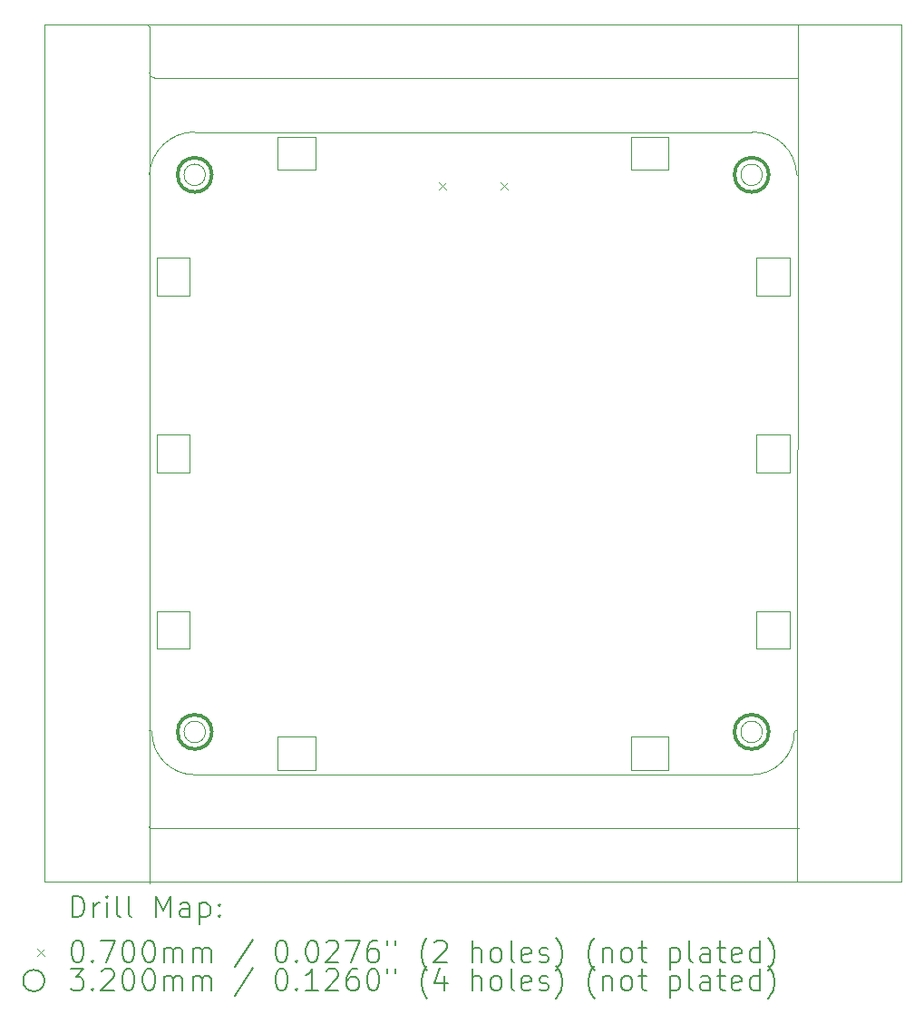
<source format=gbr>
%TF.GenerationSoftware,KiCad,Pcbnew,7.0.7*%
%TF.CreationDate,2023-12-02T12:42:33+01:00*%
%TF.ProjectId,BusPirate-5-rev10,42757350-6972-4617-9465-2d352d726576,rev?*%
%TF.SameCoordinates,Original*%
%TF.FileFunction,Drillmap*%
%TF.FilePolarity,Positive*%
%FSLAX45Y45*%
G04 Gerber Fmt 4.5, Leading zero omitted, Abs format (unit mm)*
G04 Created by KiCad (PCBNEW 7.0.7) date 2023-12-02 12:42:33*
%MOMM*%
%LPD*%
G01*
G04 APERTURE LIST*
%ADD10C,0.050000*%
%ADD11C,0.200000*%
%ADD12C,0.070000*%
%ADD13C,0.320000*%
G04 APERTURE END LIST*
D10*
X9990000Y-11610000D02*
G75*
G03*
X10390000Y-12010000I400000J0D01*
G01*
X15690000Y-11610000D02*
G75*
G03*
X15690000Y-11610000I-100000J0D01*
G01*
X10490000Y-6410000D02*
G75*
G03*
X10490000Y-6410000I-100000J0D01*
G01*
X10490000Y-11610000D02*
G75*
G03*
X10490000Y-11610000I-100000J0D01*
G01*
X10389992Y-6009054D02*
G75*
G03*
X9965000Y-6410000I3758J-429696D01*
G01*
X15590000Y-12010000D02*
G75*
G03*
X15990000Y-11610000I0J400000D01*
G01*
X10390000Y-12010000D02*
X15590000Y-12010000D01*
X15690000Y-6410000D02*
G75*
G03*
X15690000Y-6410000I-100000J0D01*
G01*
X16010903Y-6410081D02*
G75*
G03*
X15595000Y-6010000I-408154J-8079D01*
G01*
X15595000Y-6010000D02*
X10390000Y-6010000D01*
X9965000Y-5025000D02*
X9965000Y-13025000D01*
X10035000Y-7195000D02*
X10035000Y-7525000D01*
X14815000Y-6065000D02*
X14815000Y-6355000D01*
X14805000Y-6365000D02*
X14475000Y-6365000D01*
X15935000Y-10835000D02*
X15645000Y-10835000D01*
X11165000Y-6065000D02*
X11165000Y-6355000D01*
X10335000Y-7535000D02*
X10045000Y-7535000D01*
X11505000Y-6365000D02*
X11175000Y-6365000D01*
X15935000Y-7185000D02*
X15645000Y-7185000D01*
X10335000Y-10485000D02*
X10045000Y-10485000D01*
X11505000Y-6055000D02*
X11175000Y-6055000D01*
X14805000Y-11655000D02*
X14475000Y-11655000D01*
X10035000Y-10495000D02*
X10035000Y-10825000D01*
X11515000Y-6065000D02*
X11515000Y-6355000D01*
X11515000Y-11665000D02*
X11515000Y-11955000D01*
X14465000Y-11665000D02*
X14465000Y-11955000D01*
X10345000Y-7195000D02*
X10345000Y-7525000D01*
X11505000Y-11655000D02*
X11175000Y-11655000D01*
X15635000Y-10495000D02*
X15635000Y-10825000D01*
X11165000Y-11665000D02*
X11165000Y-11955000D01*
X15945000Y-7195000D02*
X15945000Y-7525000D01*
X14805000Y-6055000D02*
X14465000Y-6055000D01*
X14805000Y-11965000D02*
X14475000Y-11965000D01*
X14465000Y-6065000D02*
X14465000Y-6355000D01*
X10335000Y-8835000D02*
X10045000Y-8835000D01*
X10335000Y-10835000D02*
X10045000Y-10835000D01*
X10335000Y-7185000D02*
X10045000Y-7185000D01*
X10345000Y-10495000D02*
X10345000Y-10825000D01*
X15635000Y-7195000D02*
X15635000Y-7525000D01*
X15935000Y-10485000D02*
X15645000Y-10485000D01*
X10335000Y-9185000D02*
X10045000Y-9185000D01*
X15945000Y-10495000D02*
X15945000Y-10825000D01*
X14815000Y-11665000D02*
X14815000Y-11955000D01*
X11505000Y-11965000D02*
X11175000Y-11965000D01*
X10345000Y-8845000D02*
X10345000Y-9175000D01*
X10035000Y-8845000D02*
X10035000Y-9175000D01*
X15935000Y-7535000D02*
X15645000Y-7535000D01*
X16990000Y-6410000D02*
X16990000Y-11610000D01*
X16010907Y-6410081D02*
X16020000Y-6410000D01*
X8990000Y-5010000D02*
X16990000Y-5010000D01*
X10015000Y-5505000D02*
X16015000Y-5510000D01*
X16990000Y-5010000D02*
X16990000Y-6410000D01*
X16990000Y-11610000D02*
X16990000Y-13010000D01*
X8990000Y-13010000D02*
X16990000Y-13010000D01*
X16020000Y-5010000D02*
X16015000Y-13010000D01*
X9986708Y-12510657D02*
X16035000Y-12510000D01*
X14815000Y-6055000D02*
X14815000Y-6065000D01*
X14465000Y-6055000D02*
X14465000Y-6065000D01*
X14815000Y-6365000D02*
X14805000Y-6365000D01*
X14465000Y-6365000D02*
X14475000Y-6365000D01*
X11165000Y-6055000D02*
X11165000Y-6065000D01*
X11515000Y-6055000D02*
X11515000Y-6065000D01*
X11515000Y-6365000D02*
X11505000Y-6365000D01*
X11165000Y-6365000D02*
X11165000Y-6355000D01*
X15945000Y-7185000D02*
X15945000Y-7195000D01*
X15635000Y-7185000D02*
X15645000Y-7185000D01*
X15945000Y-7535000D02*
X15935000Y-7535000D01*
X15635000Y-7535000D02*
X15635000Y-7525000D01*
X15945000Y-10485000D02*
X15945000Y-10495000D01*
X15945000Y-10835000D02*
X15935000Y-10835000D01*
X15635000Y-10835000D02*
X15635000Y-10825000D01*
X15635000Y-10485000D02*
X15645000Y-10485000D01*
X10035000Y-7185000D02*
X10045000Y-7185000D01*
X10345000Y-7185000D02*
X10345000Y-7195000D01*
X10345000Y-7535000D02*
X10335000Y-7535000D01*
X10035000Y-7535000D02*
X10035000Y-7525000D01*
X10035000Y-8835000D02*
X10045000Y-8835000D01*
X10345000Y-8835000D02*
X10345000Y-8845000D01*
X10345000Y-9185000D02*
X10335000Y-9185000D01*
X10035000Y-9185000D02*
X10035000Y-9175000D01*
X10345000Y-10485000D02*
X10345000Y-10495000D01*
X10035000Y-10485000D02*
X10045000Y-10485000D01*
X10345000Y-10835000D02*
X10335000Y-10835000D01*
X10035000Y-10835000D02*
X10035000Y-10825000D01*
X11165000Y-11655000D02*
X11175000Y-11655000D01*
X11515000Y-11655000D02*
X11515000Y-11665000D01*
X11515000Y-11965000D02*
X11505000Y-11965000D01*
X11165000Y-11965000D02*
X11165000Y-11955000D01*
X14465000Y-11655000D02*
X14475000Y-11655000D01*
X14815000Y-11655000D02*
X14815000Y-11665000D01*
X14815000Y-11965000D02*
X14805000Y-11965000D01*
X14465000Y-11965000D02*
X14465000Y-11955000D01*
X8990000Y-5010000D02*
X8990000Y-6410000D01*
X8990000Y-6410000D02*
X8990000Y-11610000D01*
X8990000Y-11610000D02*
X8990000Y-13010000D01*
X15645000Y-9185000D02*
X15635000Y-9185000D01*
X15945000Y-9185000D02*
X15935000Y-9185000D01*
X15945000Y-9175000D02*
X15945000Y-9185000D01*
X15945000Y-8835000D02*
X15945000Y-8845000D01*
X15635000Y-9185000D02*
X15635000Y-9175000D01*
X15635000Y-8835000D02*
X15645000Y-8835000D01*
X15635000Y-8845000D02*
X15635000Y-8835000D01*
X15935000Y-8835000D02*
X15945000Y-8835000D01*
X15935000Y-8835000D02*
X15645000Y-8835000D01*
X15635000Y-8845000D02*
X15635000Y-9175000D01*
X15935000Y-9185000D02*
X15645000Y-9185000D01*
X15945000Y-8845000D02*
X15945000Y-9175000D01*
X15935000Y-7185000D02*
X15945000Y-7185000D01*
X9990000Y-11610000D02*
G75*
G03*
X9964394Y-11599393I-15000J0D01*
G01*
X14465000Y-6355000D02*
X14465000Y-6365000D01*
X14815000Y-6355000D02*
X14815000Y-6365000D01*
X10335000Y-8835000D02*
X10345000Y-8835000D01*
X15945000Y-10825000D02*
X15945000Y-10835000D01*
X15935000Y-10485000D02*
X15945000Y-10485000D01*
X11165000Y-11665000D02*
X11165000Y-11655000D01*
X11505000Y-11655000D02*
X11515000Y-11655000D01*
X15945000Y-7525000D02*
X15945000Y-7535000D01*
X10035000Y-7195000D02*
X10035000Y-7185000D01*
X10345000Y-10825000D02*
X10345000Y-10835000D01*
X9967498Y-5010008D02*
G75*
G03*
X9965000Y-5025807I-2498J-7703D01*
G01*
X9965000Y-12497240D02*
G75*
G03*
X9986708Y-12510656I15000J0D01*
G01*
X10345000Y-9175000D02*
X10345000Y-9185000D01*
X16015000Y-11589996D02*
G75*
G03*
X15990000Y-11610495I0J-25494D01*
G01*
X11515000Y-6355000D02*
X11515000Y-6365000D01*
X15645000Y-10835000D02*
X15635000Y-10835000D01*
X11505000Y-6055000D02*
X11515000Y-6055000D01*
X10335000Y-10485000D02*
X10345000Y-10485000D01*
X9965088Y-5456632D02*
G75*
G03*
X10015000Y-5505000I47502J-918D01*
G01*
X14805000Y-6055000D02*
X14815000Y-6055000D01*
X10045000Y-10835000D02*
X10035000Y-10835000D01*
X11175000Y-11965000D02*
X11165000Y-11965000D01*
X10345000Y-7525000D02*
X10345000Y-7535000D01*
X14465000Y-11665000D02*
X14465000Y-11655000D01*
X14475000Y-11965000D02*
X14465000Y-11965000D01*
X11175000Y-6055000D02*
X11165000Y-6055000D01*
X15635000Y-7195000D02*
X15635000Y-7185000D01*
X11175000Y-6365000D02*
X11165000Y-6365000D01*
X14805000Y-11655000D02*
X14815000Y-11655000D01*
X15645000Y-7535000D02*
X15635000Y-7535000D01*
X10035000Y-8845000D02*
X10035000Y-8835000D01*
X10335000Y-7185000D02*
X10345000Y-7185000D01*
X11515000Y-11955000D02*
X11515000Y-11965000D01*
X10035000Y-10495000D02*
X10035000Y-10485000D01*
X10045000Y-9185000D02*
X10035000Y-9185000D01*
X14815000Y-11955000D02*
X14815000Y-11965000D01*
X15635000Y-10495000D02*
X15635000Y-10485000D01*
X10045000Y-7535000D02*
X10035000Y-7535000D01*
D11*
D12*
X12666000Y-6480000D02*
X12736000Y-6550000D01*
X12736000Y-6480000D02*
X12666000Y-6550000D01*
X13244000Y-6480000D02*
X13314000Y-6550000D01*
X13314000Y-6480000D02*
X13244000Y-6550000D01*
D13*
X10550000Y-6410000D02*
G75*
G03*
X10550000Y-6410000I-160000J0D01*
G01*
X10550000Y-11610000D02*
G75*
G03*
X10550000Y-11610000I-160000J0D01*
G01*
X15750000Y-6410000D02*
G75*
G03*
X15750000Y-6410000I-160000J0D01*
G01*
X15750000Y-11610000D02*
G75*
G03*
X15750000Y-11610000I-160000J0D01*
G01*
D11*
X9248277Y-13338984D02*
X9248277Y-13138984D01*
X9248277Y-13138984D02*
X9295896Y-13138984D01*
X9295896Y-13138984D02*
X9324467Y-13148508D01*
X9324467Y-13148508D02*
X9343515Y-13167555D01*
X9343515Y-13167555D02*
X9353039Y-13186603D01*
X9353039Y-13186603D02*
X9362563Y-13224698D01*
X9362563Y-13224698D02*
X9362563Y-13253269D01*
X9362563Y-13253269D02*
X9353039Y-13291365D01*
X9353039Y-13291365D02*
X9343515Y-13310412D01*
X9343515Y-13310412D02*
X9324467Y-13329460D01*
X9324467Y-13329460D02*
X9295896Y-13338984D01*
X9295896Y-13338984D02*
X9248277Y-13338984D01*
X9448277Y-13338984D02*
X9448277Y-13205650D01*
X9448277Y-13243746D02*
X9457801Y-13224698D01*
X9457801Y-13224698D02*
X9467324Y-13215174D01*
X9467324Y-13215174D02*
X9486372Y-13205650D01*
X9486372Y-13205650D02*
X9505420Y-13205650D01*
X9572086Y-13338984D02*
X9572086Y-13205650D01*
X9572086Y-13138984D02*
X9562563Y-13148508D01*
X9562563Y-13148508D02*
X9572086Y-13158031D01*
X9572086Y-13158031D02*
X9581610Y-13148508D01*
X9581610Y-13148508D02*
X9572086Y-13138984D01*
X9572086Y-13138984D02*
X9572086Y-13158031D01*
X9695896Y-13338984D02*
X9676848Y-13329460D01*
X9676848Y-13329460D02*
X9667324Y-13310412D01*
X9667324Y-13310412D02*
X9667324Y-13138984D01*
X9800658Y-13338984D02*
X9781610Y-13329460D01*
X9781610Y-13329460D02*
X9772086Y-13310412D01*
X9772086Y-13310412D02*
X9772086Y-13138984D01*
X10029229Y-13338984D02*
X10029229Y-13138984D01*
X10029229Y-13138984D02*
X10095896Y-13281841D01*
X10095896Y-13281841D02*
X10162563Y-13138984D01*
X10162563Y-13138984D02*
X10162563Y-13338984D01*
X10343515Y-13338984D02*
X10343515Y-13234222D01*
X10343515Y-13234222D02*
X10333991Y-13215174D01*
X10333991Y-13215174D02*
X10314944Y-13205650D01*
X10314944Y-13205650D02*
X10276848Y-13205650D01*
X10276848Y-13205650D02*
X10257801Y-13215174D01*
X10343515Y-13329460D02*
X10324467Y-13338984D01*
X10324467Y-13338984D02*
X10276848Y-13338984D01*
X10276848Y-13338984D02*
X10257801Y-13329460D01*
X10257801Y-13329460D02*
X10248277Y-13310412D01*
X10248277Y-13310412D02*
X10248277Y-13291365D01*
X10248277Y-13291365D02*
X10257801Y-13272317D01*
X10257801Y-13272317D02*
X10276848Y-13262793D01*
X10276848Y-13262793D02*
X10324467Y-13262793D01*
X10324467Y-13262793D02*
X10343515Y-13253269D01*
X10438753Y-13205650D02*
X10438753Y-13405650D01*
X10438753Y-13215174D02*
X10457801Y-13205650D01*
X10457801Y-13205650D02*
X10495896Y-13205650D01*
X10495896Y-13205650D02*
X10514944Y-13215174D01*
X10514944Y-13215174D02*
X10524467Y-13224698D01*
X10524467Y-13224698D02*
X10533991Y-13243746D01*
X10533991Y-13243746D02*
X10533991Y-13300888D01*
X10533991Y-13300888D02*
X10524467Y-13319936D01*
X10524467Y-13319936D02*
X10514944Y-13329460D01*
X10514944Y-13329460D02*
X10495896Y-13338984D01*
X10495896Y-13338984D02*
X10457801Y-13338984D01*
X10457801Y-13338984D02*
X10438753Y-13329460D01*
X10619705Y-13319936D02*
X10629229Y-13329460D01*
X10629229Y-13329460D02*
X10619705Y-13338984D01*
X10619705Y-13338984D02*
X10610182Y-13329460D01*
X10610182Y-13329460D02*
X10619705Y-13319936D01*
X10619705Y-13319936D02*
X10619705Y-13338984D01*
X10619705Y-13215174D02*
X10629229Y-13224698D01*
X10629229Y-13224698D02*
X10619705Y-13234222D01*
X10619705Y-13234222D02*
X10610182Y-13224698D01*
X10610182Y-13224698D02*
X10619705Y-13215174D01*
X10619705Y-13215174D02*
X10619705Y-13234222D01*
D12*
X8917500Y-13632500D02*
X8987500Y-13702500D01*
X8987500Y-13632500D02*
X8917500Y-13702500D01*
D11*
X9286372Y-13558984D02*
X9305420Y-13558984D01*
X9305420Y-13558984D02*
X9324467Y-13568508D01*
X9324467Y-13568508D02*
X9333991Y-13578031D01*
X9333991Y-13578031D02*
X9343515Y-13597079D01*
X9343515Y-13597079D02*
X9353039Y-13635174D01*
X9353039Y-13635174D02*
X9353039Y-13682793D01*
X9353039Y-13682793D02*
X9343515Y-13720888D01*
X9343515Y-13720888D02*
X9333991Y-13739936D01*
X9333991Y-13739936D02*
X9324467Y-13749460D01*
X9324467Y-13749460D02*
X9305420Y-13758984D01*
X9305420Y-13758984D02*
X9286372Y-13758984D01*
X9286372Y-13758984D02*
X9267324Y-13749460D01*
X9267324Y-13749460D02*
X9257801Y-13739936D01*
X9257801Y-13739936D02*
X9248277Y-13720888D01*
X9248277Y-13720888D02*
X9238753Y-13682793D01*
X9238753Y-13682793D02*
X9238753Y-13635174D01*
X9238753Y-13635174D02*
X9248277Y-13597079D01*
X9248277Y-13597079D02*
X9257801Y-13578031D01*
X9257801Y-13578031D02*
X9267324Y-13568508D01*
X9267324Y-13568508D02*
X9286372Y-13558984D01*
X9438753Y-13739936D02*
X9448277Y-13749460D01*
X9448277Y-13749460D02*
X9438753Y-13758984D01*
X9438753Y-13758984D02*
X9429229Y-13749460D01*
X9429229Y-13749460D02*
X9438753Y-13739936D01*
X9438753Y-13739936D02*
X9438753Y-13758984D01*
X9514944Y-13558984D02*
X9648277Y-13558984D01*
X9648277Y-13558984D02*
X9562563Y-13758984D01*
X9762563Y-13558984D02*
X9781610Y-13558984D01*
X9781610Y-13558984D02*
X9800658Y-13568508D01*
X9800658Y-13568508D02*
X9810182Y-13578031D01*
X9810182Y-13578031D02*
X9819705Y-13597079D01*
X9819705Y-13597079D02*
X9829229Y-13635174D01*
X9829229Y-13635174D02*
X9829229Y-13682793D01*
X9829229Y-13682793D02*
X9819705Y-13720888D01*
X9819705Y-13720888D02*
X9810182Y-13739936D01*
X9810182Y-13739936D02*
X9800658Y-13749460D01*
X9800658Y-13749460D02*
X9781610Y-13758984D01*
X9781610Y-13758984D02*
X9762563Y-13758984D01*
X9762563Y-13758984D02*
X9743515Y-13749460D01*
X9743515Y-13749460D02*
X9733991Y-13739936D01*
X9733991Y-13739936D02*
X9724467Y-13720888D01*
X9724467Y-13720888D02*
X9714944Y-13682793D01*
X9714944Y-13682793D02*
X9714944Y-13635174D01*
X9714944Y-13635174D02*
X9724467Y-13597079D01*
X9724467Y-13597079D02*
X9733991Y-13578031D01*
X9733991Y-13578031D02*
X9743515Y-13568508D01*
X9743515Y-13568508D02*
X9762563Y-13558984D01*
X9953039Y-13558984D02*
X9972086Y-13558984D01*
X9972086Y-13558984D02*
X9991134Y-13568508D01*
X9991134Y-13568508D02*
X10000658Y-13578031D01*
X10000658Y-13578031D02*
X10010182Y-13597079D01*
X10010182Y-13597079D02*
X10019705Y-13635174D01*
X10019705Y-13635174D02*
X10019705Y-13682793D01*
X10019705Y-13682793D02*
X10010182Y-13720888D01*
X10010182Y-13720888D02*
X10000658Y-13739936D01*
X10000658Y-13739936D02*
X9991134Y-13749460D01*
X9991134Y-13749460D02*
X9972086Y-13758984D01*
X9972086Y-13758984D02*
X9953039Y-13758984D01*
X9953039Y-13758984D02*
X9933991Y-13749460D01*
X9933991Y-13749460D02*
X9924467Y-13739936D01*
X9924467Y-13739936D02*
X9914944Y-13720888D01*
X9914944Y-13720888D02*
X9905420Y-13682793D01*
X9905420Y-13682793D02*
X9905420Y-13635174D01*
X9905420Y-13635174D02*
X9914944Y-13597079D01*
X9914944Y-13597079D02*
X9924467Y-13578031D01*
X9924467Y-13578031D02*
X9933991Y-13568508D01*
X9933991Y-13568508D02*
X9953039Y-13558984D01*
X10105420Y-13758984D02*
X10105420Y-13625650D01*
X10105420Y-13644698D02*
X10114944Y-13635174D01*
X10114944Y-13635174D02*
X10133991Y-13625650D01*
X10133991Y-13625650D02*
X10162563Y-13625650D01*
X10162563Y-13625650D02*
X10181610Y-13635174D01*
X10181610Y-13635174D02*
X10191134Y-13654222D01*
X10191134Y-13654222D02*
X10191134Y-13758984D01*
X10191134Y-13654222D02*
X10200658Y-13635174D01*
X10200658Y-13635174D02*
X10219705Y-13625650D01*
X10219705Y-13625650D02*
X10248277Y-13625650D01*
X10248277Y-13625650D02*
X10267325Y-13635174D01*
X10267325Y-13635174D02*
X10276848Y-13654222D01*
X10276848Y-13654222D02*
X10276848Y-13758984D01*
X10372086Y-13758984D02*
X10372086Y-13625650D01*
X10372086Y-13644698D02*
X10381610Y-13635174D01*
X10381610Y-13635174D02*
X10400658Y-13625650D01*
X10400658Y-13625650D02*
X10429229Y-13625650D01*
X10429229Y-13625650D02*
X10448277Y-13635174D01*
X10448277Y-13635174D02*
X10457801Y-13654222D01*
X10457801Y-13654222D02*
X10457801Y-13758984D01*
X10457801Y-13654222D02*
X10467325Y-13635174D01*
X10467325Y-13635174D02*
X10486372Y-13625650D01*
X10486372Y-13625650D02*
X10514944Y-13625650D01*
X10514944Y-13625650D02*
X10533991Y-13635174D01*
X10533991Y-13635174D02*
X10543515Y-13654222D01*
X10543515Y-13654222D02*
X10543515Y-13758984D01*
X10933991Y-13549460D02*
X10762563Y-13806603D01*
X11191134Y-13558984D02*
X11210182Y-13558984D01*
X11210182Y-13558984D02*
X11229229Y-13568508D01*
X11229229Y-13568508D02*
X11238753Y-13578031D01*
X11238753Y-13578031D02*
X11248277Y-13597079D01*
X11248277Y-13597079D02*
X11257801Y-13635174D01*
X11257801Y-13635174D02*
X11257801Y-13682793D01*
X11257801Y-13682793D02*
X11248277Y-13720888D01*
X11248277Y-13720888D02*
X11238753Y-13739936D01*
X11238753Y-13739936D02*
X11229229Y-13749460D01*
X11229229Y-13749460D02*
X11210182Y-13758984D01*
X11210182Y-13758984D02*
X11191134Y-13758984D01*
X11191134Y-13758984D02*
X11172087Y-13749460D01*
X11172087Y-13749460D02*
X11162563Y-13739936D01*
X11162563Y-13739936D02*
X11153039Y-13720888D01*
X11153039Y-13720888D02*
X11143515Y-13682793D01*
X11143515Y-13682793D02*
X11143515Y-13635174D01*
X11143515Y-13635174D02*
X11153039Y-13597079D01*
X11153039Y-13597079D02*
X11162563Y-13578031D01*
X11162563Y-13578031D02*
X11172087Y-13568508D01*
X11172087Y-13568508D02*
X11191134Y-13558984D01*
X11343515Y-13739936D02*
X11353039Y-13749460D01*
X11353039Y-13749460D02*
X11343515Y-13758984D01*
X11343515Y-13758984D02*
X11333991Y-13749460D01*
X11333991Y-13749460D02*
X11343515Y-13739936D01*
X11343515Y-13739936D02*
X11343515Y-13758984D01*
X11476848Y-13558984D02*
X11495896Y-13558984D01*
X11495896Y-13558984D02*
X11514944Y-13568508D01*
X11514944Y-13568508D02*
X11524467Y-13578031D01*
X11524467Y-13578031D02*
X11533991Y-13597079D01*
X11533991Y-13597079D02*
X11543515Y-13635174D01*
X11543515Y-13635174D02*
X11543515Y-13682793D01*
X11543515Y-13682793D02*
X11533991Y-13720888D01*
X11533991Y-13720888D02*
X11524467Y-13739936D01*
X11524467Y-13739936D02*
X11514944Y-13749460D01*
X11514944Y-13749460D02*
X11495896Y-13758984D01*
X11495896Y-13758984D02*
X11476848Y-13758984D01*
X11476848Y-13758984D02*
X11457801Y-13749460D01*
X11457801Y-13749460D02*
X11448277Y-13739936D01*
X11448277Y-13739936D02*
X11438753Y-13720888D01*
X11438753Y-13720888D02*
X11429229Y-13682793D01*
X11429229Y-13682793D02*
X11429229Y-13635174D01*
X11429229Y-13635174D02*
X11438753Y-13597079D01*
X11438753Y-13597079D02*
X11448277Y-13578031D01*
X11448277Y-13578031D02*
X11457801Y-13568508D01*
X11457801Y-13568508D02*
X11476848Y-13558984D01*
X11619706Y-13578031D02*
X11629229Y-13568508D01*
X11629229Y-13568508D02*
X11648277Y-13558984D01*
X11648277Y-13558984D02*
X11695896Y-13558984D01*
X11695896Y-13558984D02*
X11714944Y-13568508D01*
X11714944Y-13568508D02*
X11724467Y-13578031D01*
X11724467Y-13578031D02*
X11733991Y-13597079D01*
X11733991Y-13597079D02*
X11733991Y-13616127D01*
X11733991Y-13616127D02*
X11724467Y-13644698D01*
X11724467Y-13644698D02*
X11610182Y-13758984D01*
X11610182Y-13758984D02*
X11733991Y-13758984D01*
X11800658Y-13558984D02*
X11933991Y-13558984D01*
X11933991Y-13558984D02*
X11848277Y-13758984D01*
X12095896Y-13558984D02*
X12057801Y-13558984D01*
X12057801Y-13558984D02*
X12038753Y-13568508D01*
X12038753Y-13568508D02*
X12029229Y-13578031D01*
X12029229Y-13578031D02*
X12010182Y-13606603D01*
X12010182Y-13606603D02*
X12000658Y-13644698D01*
X12000658Y-13644698D02*
X12000658Y-13720888D01*
X12000658Y-13720888D02*
X12010182Y-13739936D01*
X12010182Y-13739936D02*
X12019706Y-13749460D01*
X12019706Y-13749460D02*
X12038753Y-13758984D01*
X12038753Y-13758984D02*
X12076848Y-13758984D01*
X12076848Y-13758984D02*
X12095896Y-13749460D01*
X12095896Y-13749460D02*
X12105420Y-13739936D01*
X12105420Y-13739936D02*
X12114944Y-13720888D01*
X12114944Y-13720888D02*
X12114944Y-13673269D01*
X12114944Y-13673269D02*
X12105420Y-13654222D01*
X12105420Y-13654222D02*
X12095896Y-13644698D01*
X12095896Y-13644698D02*
X12076848Y-13635174D01*
X12076848Y-13635174D02*
X12038753Y-13635174D01*
X12038753Y-13635174D02*
X12019706Y-13644698D01*
X12019706Y-13644698D02*
X12010182Y-13654222D01*
X12010182Y-13654222D02*
X12000658Y-13673269D01*
X12191134Y-13558984D02*
X12191134Y-13597079D01*
X12267325Y-13558984D02*
X12267325Y-13597079D01*
X12562563Y-13835174D02*
X12553039Y-13825650D01*
X12553039Y-13825650D02*
X12533991Y-13797079D01*
X12533991Y-13797079D02*
X12524468Y-13778031D01*
X12524468Y-13778031D02*
X12514944Y-13749460D01*
X12514944Y-13749460D02*
X12505420Y-13701841D01*
X12505420Y-13701841D02*
X12505420Y-13663746D01*
X12505420Y-13663746D02*
X12514944Y-13616127D01*
X12514944Y-13616127D02*
X12524468Y-13587555D01*
X12524468Y-13587555D02*
X12533991Y-13568508D01*
X12533991Y-13568508D02*
X12553039Y-13539936D01*
X12553039Y-13539936D02*
X12562563Y-13530412D01*
X12629229Y-13578031D02*
X12638753Y-13568508D01*
X12638753Y-13568508D02*
X12657801Y-13558984D01*
X12657801Y-13558984D02*
X12705420Y-13558984D01*
X12705420Y-13558984D02*
X12724468Y-13568508D01*
X12724468Y-13568508D02*
X12733991Y-13578031D01*
X12733991Y-13578031D02*
X12743515Y-13597079D01*
X12743515Y-13597079D02*
X12743515Y-13616127D01*
X12743515Y-13616127D02*
X12733991Y-13644698D01*
X12733991Y-13644698D02*
X12619706Y-13758984D01*
X12619706Y-13758984D02*
X12743515Y-13758984D01*
X12981610Y-13758984D02*
X12981610Y-13558984D01*
X13067325Y-13758984D02*
X13067325Y-13654222D01*
X13067325Y-13654222D02*
X13057801Y-13635174D01*
X13057801Y-13635174D02*
X13038753Y-13625650D01*
X13038753Y-13625650D02*
X13010182Y-13625650D01*
X13010182Y-13625650D02*
X12991134Y-13635174D01*
X12991134Y-13635174D02*
X12981610Y-13644698D01*
X13191134Y-13758984D02*
X13172087Y-13749460D01*
X13172087Y-13749460D02*
X13162563Y-13739936D01*
X13162563Y-13739936D02*
X13153039Y-13720888D01*
X13153039Y-13720888D02*
X13153039Y-13663746D01*
X13153039Y-13663746D02*
X13162563Y-13644698D01*
X13162563Y-13644698D02*
X13172087Y-13635174D01*
X13172087Y-13635174D02*
X13191134Y-13625650D01*
X13191134Y-13625650D02*
X13219706Y-13625650D01*
X13219706Y-13625650D02*
X13238753Y-13635174D01*
X13238753Y-13635174D02*
X13248277Y-13644698D01*
X13248277Y-13644698D02*
X13257801Y-13663746D01*
X13257801Y-13663746D02*
X13257801Y-13720888D01*
X13257801Y-13720888D02*
X13248277Y-13739936D01*
X13248277Y-13739936D02*
X13238753Y-13749460D01*
X13238753Y-13749460D02*
X13219706Y-13758984D01*
X13219706Y-13758984D02*
X13191134Y-13758984D01*
X13372087Y-13758984D02*
X13353039Y-13749460D01*
X13353039Y-13749460D02*
X13343515Y-13730412D01*
X13343515Y-13730412D02*
X13343515Y-13558984D01*
X13524468Y-13749460D02*
X13505420Y-13758984D01*
X13505420Y-13758984D02*
X13467325Y-13758984D01*
X13467325Y-13758984D02*
X13448277Y-13749460D01*
X13448277Y-13749460D02*
X13438753Y-13730412D01*
X13438753Y-13730412D02*
X13438753Y-13654222D01*
X13438753Y-13654222D02*
X13448277Y-13635174D01*
X13448277Y-13635174D02*
X13467325Y-13625650D01*
X13467325Y-13625650D02*
X13505420Y-13625650D01*
X13505420Y-13625650D02*
X13524468Y-13635174D01*
X13524468Y-13635174D02*
X13533991Y-13654222D01*
X13533991Y-13654222D02*
X13533991Y-13673269D01*
X13533991Y-13673269D02*
X13438753Y-13692317D01*
X13610182Y-13749460D02*
X13629230Y-13758984D01*
X13629230Y-13758984D02*
X13667325Y-13758984D01*
X13667325Y-13758984D02*
X13686372Y-13749460D01*
X13686372Y-13749460D02*
X13695896Y-13730412D01*
X13695896Y-13730412D02*
X13695896Y-13720888D01*
X13695896Y-13720888D02*
X13686372Y-13701841D01*
X13686372Y-13701841D02*
X13667325Y-13692317D01*
X13667325Y-13692317D02*
X13638753Y-13692317D01*
X13638753Y-13692317D02*
X13619706Y-13682793D01*
X13619706Y-13682793D02*
X13610182Y-13663746D01*
X13610182Y-13663746D02*
X13610182Y-13654222D01*
X13610182Y-13654222D02*
X13619706Y-13635174D01*
X13619706Y-13635174D02*
X13638753Y-13625650D01*
X13638753Y-13625650D02*
X13667325Y-13625650D01*
X13667325Y-13625650D02*
X13686372Y-13635174D01*
X13762563Y-13835174D02*
X13772087Y-13825650D01*
X13772087Y-13825650D02*
X13791134Y-13797079D01*
X13791134Y-13797079D02*
X13800658Y-13778031D01*
X13800658Y-13778031D02*
X13810182Y-13749460D01*
X13810182Y-13749460D02*
X13819706Y-13701841D01*
X13819706Y-13701841D02*
X13819706Y-13663746D01*
X13819706Y-13663746D02*
X13810182Y-13616127D01*
X13810182Y-13616127D02*
X13800658Y-13587555D01*
X13800658Y-13587555D02*
X13791134Y-13568508D01*
X13791134Y-13568508D02*
X13772087Y-13539936D01*
X13772087Y-13539936D02*
X13762563Y-13530412D01*
X14124468Y-13835174D02*
X14114944Y-13825650D01*
X14114944Y-13825650D02*
X14095896Y-13797079D01*
X14095896Y-13797079D02*
X14086372Y-13778031D01*
X14086372Y-13778031D02*
X14076849Y-13749460D01*
X14076849Y-13749460D02*
X14067325Y-13701841D01*
X14067325Y-13701841D02*
X14067325Y-13663746D01*
X14067325Y-13663746D02*
X14076849Y-13616127D01*
X14076849Y-13616127D02*
X14086372Y-13587555D01*
X14086372Y-13587555D02*
X14095896Y-13568508D01*
X14095896Y-13568508D02*
X14114944Y-13539936D01*
X14114944Y-13539936D02*
X14124468Y-13530412D01*
X14200658Y-13625650D02*
X14200658Y-13758984D01*
X14200658Y-13644698D02*
X14210182Y-13635174D01*
X14210182Y-13635174D02*
X14229230Y-13625650D01*
X14229230Y-13625650D02*
X14257801Y-13625650D01*
X14257801Y-13625650D02*
X14276849Y-13635174D01*
X14276849Y-13635174D02*
X14286372Y-13654222D01*
X14286372Y-13654222D02*
X14286372Y-13758984D01*
X14410182Y-13758984D02*
X14391134Y-13749460D01*
X14391134Y-13749460D02*
X14381611Y-13739936D01*
X14381611Y-13739936D02*
X14372087Y-13720888D01*
X14372087Y-13720888D02*
X14372087Y-13663746D01*
X14372087Y-13663746D02*
X14381611Y-13644698D01*
X14381611Y-13644698D02*
X14391134Y-13635174D01*
X14391134Y-13635174D02*
X14410182Y-13625650D01*
X14410182Y-13625650D02*
X14438753Y-13625650D01*
X14438753Y-13625650D02*
X14457801Y-13635174D01*
X14457801Y-13635174D02*
X14467325Y-13644698D01*
X14467325Y-13644698D02*
X14476849Y-13663746D01*
X14476849Y-13663746D02*
X14476849Y-13720888D01*
X14476849Y-13720888D02*
X14467325Y-13739936D01*
X14467325Y-13739936D02*
X14457801Y-13749460D01*
X14457801Y-13749460D02*
X14438753Y-13758984D01*
X14438753Y-13758984D02*
X14410182Y-13758984D01*
X14533992Y-13625650D02*
X14610182Y-13625650D01*
X14562563Y-13558984D02*
X14562563Y-13730412D01*
X14562563Y-13730412D02*
X14572087Y-13749460D01*
X14572087Y-13749460D02*
X14591134Y-13758984D01*
X14591134Y-13758984D02*
X14610182Y-13758984D01*
X14829230Y-13625650D02*
X14829230Y-13825650D01*
X14829230Y-13635174D02*
X14848277Y-13625650D01*
X14848277Y-13625650D02*
X14886373Y-13625650D01*
X14886373Y-13625650D02*
X14905420Y-13635174D01*
X14905420Y-13635174D02*
X14914944Y-13644698D01*
X14914944Y-13644698D02*
X14924468Y-13663746D01*
X14924468Y-13663746D02*
X14924468Y-13720888D01*
X14924468Y-13720888D02*
X14914944Y-13739936D01*
X14914944Y-13739936D02*
X14905420Y-13749460D01*
X14905420Y-13749460D02*
X14886373Y-13758984D01*
X14886373Y-13758984D02*
X14848277Y-13758984D01*
X14848277Y-13758984D02*
X14829230Y-13749460D01*
X15038753Y-13758984D02*
X15019706Y-13749460D01*
X15019706Y-13749460D02*
X15010182Y-13730412D01*
X15010182Y-13730412D02*
X15010182Y-13558984D01*
X15200658Y-13758984D02*
X15200658Y-13654222D01*
X15200658Y-13654222D02*
X15191134Y-13635174D01*
X15191134Y-13635174D02*
X15172087Y-13625650D01*
X15172087Y-13625650D02*
X15133992Y-13625650D01*
X15133992Y-13625650D02*
X15114944Y-13635174D01*
X15200658Y-13749460D02*
X15181611Y-13758984D01*
X15181611Y-13758984D02*
X15133992Y-13758984D01*
X15133992Y-13758984D02*
X15114944Y-13749460D01*
X15114944Y-13749460D02*
X15105420Y-13730412D01*
X15105420Y-13730412D02*
X15105420Y-13711365D01*
X15105420Y-13711365D02*
X15114944Y-13692317D01*
X15114944Y-13692317D02*
X15133992Y-13682793D01*
X15133992Y-13682793D02*
X15181611Y-13682793D01*
X15181611Y-13682793D02*
X15200658Y-13673269D01*
X15267325Y-13625650D02*
X15343515Y-13625650D01*
X15295896Y-13558984D02*
X15295896Y-13730412D01*
X15295896Y-13730412D02*
X15305420Y-13749460D01*
X15305420Y-13749460D02*
X15324468Y-13758984D01*
X15324468Y-13758984D02*
X15343515Y-13758984D01*
X15486373Y-13749460D02*
X15467325Y-13758984D01*
X15467325Y-13758984D02*
X15429230Y-13758984D01*
X15429230Y-13758984D02*
X15410182Y-13749460D01*
X15410182Y-13749460D02*
X15400658Y-13730412D01*
X15400658Y-13730412D02*
X15400658Y-13654222D01*
X15400658Y-13654222D02*
X15410182Y-13635174D01*
X15410182Y-13635174D02*
X15429230Y-13625650D01*
X15429230Y-13625650D02*
X15467325Y-13625650D01*
X15467325Y-13625650D02*
X15486373Y-13635174D01*
X15486373Y-13635174D02*
X15495896Y-13654222D01*
X15495896Y-13654222D02*
X15495896Y-13673269D01*
X15495896Y-13673269D02*
X15400658Y-13692317D01*
X15667325Y-13758984D02*
X15667325Y-13558984D01*
X15667325Y-13749460D02*
X15648277Y-13758984D01*
X15648277Y-13758984D02*
X15610182Y-13758984D01*
X15610182Y-13758984D02*
X15591134Y-13749460D01*
X15591134Y-13749460D02*
X15581611Y-13739936D01*
X15581611Y-13739936D02*
X15572087Y-13720888D01*
X15572087Y-13720888D02*
X15572087Y-13663746D01*
X15572087Y-13663746D02*
X15581611Y-13644698D01*
X15581611Y-13644698D02*
X15591134Y-13635174D01*
X15591134Y-13635174D02*
X15610182Y-13625650D01*
X15610182Y-13625650D02*
X15648277Y-13625650D01*
X15648277Y-13625650D02*
X15667325Y-13635174D01*
X15743515Y-13835174D02*
X15753039Y-13825650D01*
X15753039Y-13825650D02*
X15772087Y-13797079D01*
X15772087Y-13797079D02*
X15781611Y-13778031D01*
X15781611Y-13778031D02*
X15791134Y-13749460D01*
X15791134Y-13749460D02*
X15800658Y-13701841D01*
X15800658Y-13701841D02*
X15800658Y-13663746D01*
X15800658Y-13663746D02*
X15791134Y-13616127D01*
X15791134Y-13616127D02*
X15781611Y-13587555D01*
X15781611Y-13587555D02*
X15772087Y-13568508D01*
X15772087Y-13568508D02*
X15753039Y-13539936D01*
X15753039Y-13539936D02*
X15743515Y-13530412D01*
X8987500Y-13931500D02*
G75*
G03*
X8987500Y-13931500I-100000J0D01*
G01*
X9229229Y-13822984D02*
X9353039Y-13822984D01*
X9353039Y-13822984D02*
X9286372Y-13899174D01*
X9286372Y-13899174D02*
X9314944Y-13899174D01*
X9314944Y-13899174D02*
X9333991Y-13908698D01*
X9333991Y-13908698D02*
X9343515Y-13918222D01*
X9343515Y-13918222D02*
X9353039Y-13937269D01*
X9353039Y-13937269D02*
X9353039Y-13984888D01*
X9353039Y-13984888D02*
X9343515Y-14003936D01*
X9343515Y-14003936D02*
X9333991Y-14013460D01*
X9333991Y-14013460D02*
X9314944Y-14022984D01*
X9314944Y-14022984D02*
X9257801Y-14022984D01*
X9257801Y-14022984D02*
X9238753Y-14013460D01*
X9238753Y-14013460D02*
X9229229Y-14003936D01*
X9438753Y-14003936D02*
X9448277Y-14013460D01*
X9448277Y-14013460D02*
X9438753Y-14022984D01*
X9438753Y-14022984D02*
X9429229Y-14013460D01*
X9429229Y-14013460D02*
X9438753Y-14003936D01*
X9438753Y-14003936D02*
X9438753Y-14022984D01*
X9524467Y-13842031D02*
X9533991Y-13832508D01*
X9533991Y-13832508D02*
X9553039Y-13822984D01*
X9553039Y-13822984D02*
X9600658Y-13822984D01*
X9600658Y-13822984D02*
X9619705Y-13832508D01*
X9619705Y-13832508D02*
X9629229Y-13842031D01*
X9629229Y-13842031D02*
X9638753Y-13861079D01*
X9638753Y-13861079D02*
X9638753Y-13880127D01*
X9638753Y-13880127D02*
X9629229Y-13908698D01*
X9629229Y-13908698D02*
X9514944Y-14022984D01*
X9514944Y-14022984D02*
X9638753Y-14022984D01*
X9762563Y-13822984D02*
X9781610Y-13822984D01*
X9781610Y-13822984D02*
X9800658Y-13832508D01*
X9800658Y-13832508D02*
X9810182Y-13842031D01*
X9810182Y-13842031D02*
X9819705Y-13861079D01*
X9819705Y-13861079D02*
X9829229Y-13899174D01*
X9829229Y-13899174D02*
X9829229Y-13946793D01*
X9829229Y-13946793D02*
X9819705Y-13984888D01*
X9819705Y-13984888D02*
X9810182Y-14003936D01*
X9810182Y-14003936D02*
X9800658Y-14013460D01*
X9800658Y-14013460D02*
X9781610Y-14022984D01*
X9781610Y-14022984D02*
X9762563Y-14022984D01*
X9762563Y-14022984D02*
X9743515Y-14013460D01*
X9743515Y-14013460D02*
X9733991Y-14003936D01*
X9733991Y-14003936D02*
X9724467Y-13984888D01*
X9724467Y-13984888D02*
X9714944Y-13946793D01*
X9714944Y-13946793D02*
X9714944Y-13899174D01*
X9714944Y-13899174D02*
X9724467Y-13861079D01*
X9724467Y-13861079D02*
X9733991Y-13842031D01*
X9733991Y-13842031D02*
X9743515Y-13832508D01*
X9743515Y-13832508D02*
X9762563Y-13822984D01*
X9953039Y-13822984D02*
X9972086Y-13822984D01*
X9972086Y-13822984D02*
X9991134Y-13832508D01*
X9991134Y-13832508D02*
X10000658Y-13842031D01*
X10000658Y-13842031D02*
X10010182Y-13861079D01*
X10010182Y-13861079D02*
X10019705Y-13899174D01*
X10019705Y-13899174D02*
X10019705Y-13946793D01*
X10019705Y-13946793D02*
X10010182Y-13984888D01*
X10010182Y-13984888D02*
X10000658Y-14003936D01*
X10000658Y-14003936D02*
X9991134Y-14013460D01*
X9991134Y-14013460D02*
X9972086Y-14022984D01*
X9972086Y-14022984D02*
X9953039Y-14022984D01*
X9953039Y-14022984D02*
X9933991Y-14013460D01*
X9933991Y-14013460D02*
X9924467Y-14003936D01*
X9924467Y-14003936D02*
X9914944Y-13984888D01*
X9914944Y-13984888D02*
X9905420Y-13946793D01*
X9905420Y-13946793D02*
X9905420Y-13899174D01*
X9905420Y-13899174D02*
X9914944Y-13861079D01*
X9914944Y-13861079D02*
X9924467Y-13842031D01*
X9924467Y-13842031D02*
X9933991Y-13832508D01*
X9933991Y-13832508D02*
X9953039Y-13822984D01*
X10105420Y-14022984D02*
X10105420Y-13889650D01*
X10105420Y-13908698D02*
X10114944Y-13899174D01*
X10114944Y-13899174D02*
X10133991Y-13889650D01*
X10133991Y-13889650D02*
X10162563Y-13889650D01*
X10162563Y-13889650D02*
X10181610Y-13899174D01*
X10181610Y-13899174D02*
X10191134Y-13918222D01*
X10191134Y-13918222D02*
X10191134Y-14022984D01*
X10191134Y-13918222D02*
X10200658Y-13899174D01*
X10200658Y-13899174D02*
X10219705Y-13889650D01*
X10219705Y-13889650D02*
X10248277Y-13889650D01*
X10248277Y-13889650D02*
X10267325Y-13899174D01*
X10267325Y-13899174D02*
X10276848Y-13918222D01*
X10276848Y-13918222D02*
X10276848Y-14022984D01*
X10372086Y-14022984D02*
X10372086Y-13889650D01*
X10372086Y-13908698D02*
X10381610Y-13899174D01*
X10381610Y-13899174D02*
X10400658Y-13889650D01*
X10400658Y-13889650D02*
X10429229Y-13889650D01*
X10429229Y-13889650D02*
X10448277Y-13899174D01*
X10448277Y-13899174D02*
X10457801Y-13918222D01*
X10457801Y-13918222D02*
X10457801Y-14022984D01*
X10457801Y-13918222D02*
X10467325Y-13899174D01*
X10467325Y-13899174D02*
X10486372Y-13889650D01*
X10486372Y-13889650D02*
X10514944Y-13889650D01*
X10514944Y-13889650D02*
X10533991Y-13899174D01*
X10533991Y-13899174D02*
X10543515Y-13918222D01*
X10543515Y-13918222D02*
X10543515Y-14022984D01*
X10933991Y-13813460D02*
X10762563Y-14070603D01*
X11191134Y-13822984D02*
X11210182Y-13822984D01*
X11210182Y-13822984D02*
X11229229Y-13832508D01*
X11229229Y-13832508D02*
X11238753Y-13842031D01*
X11238753Y-13842031D02*
X11248277Y-13861079D01*
X11248277Y-13861079D02*
X11257801Y-13899174D01*
X11257801Y-13899174D02*
X11257801Y-13946793D01*
X11257801Y-13946793D02*
X11248277Y-13984888D01*
X11248277Y-13984888D02*
X11238753Y-14003936D01*
X11238753Y-14003936D02*
X11229229Y-14013460D01*
X11229229Y-14013460D02*
X11210182Y-14022984D01*
X11210182Y-14022984D02*
X11191134Y-14022984D01*
X11191134Y-14022984D02*
X11172087Y-14013460D01*
X11172087Y-14013460D02*
X11162563Y-14003936D01*
X11162563Y-14003936D02*
X11153039Y-13984888D01*
X11153039Y-13984888D02*
X11143515Y-13946793D01*
X11143515Y-13946793D02*
X11143515Y-13899174D01*
X11143515Y-13899174D02*
X11153039Y-13861079D01*
X11153039Y-13861079D02*
X11162563Y-13842031D01*
X11162563Y-13842031D02*
X11172087Y-13832508D01*
X11172087Y-13832508D02*
X11191134Y-13822984D01*
X11343515Y-14003936D02*
X11353039Y-14013460D01*
X11353039Y-14013460D02*
X11343515Y-14022984D01*
X11343515Y-14022984D02*
X11333991Y-14013460D01*
X11333991Y-14013460D02*
X11343515Y-14003936D01*
X11343515Y-14003936D02*
X11343515Y-14022984D01*
X11543515Y-14022984D02*
X11429229Y-14022984D01*
X11486372Y-14022984D02*
X11486372Y-13822984D01*
X11486372Y-13822984D02*
X11467325Y-13851555D01*
X11467325Y-13851555D02*
X11448277Y-13870603D01*
X11448277Y-13870603D02*
X11429229Y-13880127D01*
X11619706Y-13842031D02*
X11629229Y-13832508D01*
X11629229Y-13832508D02*
X11648277Y-13822984D01*
X11648277Y-13822984D02*
X11695896Y-13822984D01*
X11695896Y-13822984D02*
X11714944Y-13832508D01*
X11714944Y-13832508D02*
X11724467Y-13842031D01*
X11724467Y-13842031D02*
X11733991Y-13861079D01*
X11733991Y-13861079D02*
X11733991Y-13880127D01*
X11733991Y-13880127D02*
X11724467Y-13908698D01*
X11724467Y-13908698D02*
X11610182Y-14022984D01*
X11610182Y-14022984D02*
X11733991Y-14022984D01*
X11905420Y-13822984D02*
X11867325Y-13822984D01*
X11867325Y-13822984D02*
X11848277Y-13832508D01*
X11848277Y-13832508D02*
X11838753Y-13842031D01*
X11838753Y-13842031D02*
X11819706Y-13870603D01*
X11819706Y-13870603D02*
X11810182Y-13908698D01*
X11810182Y-13908698D02*
X11810182Y-13984888D01*
X11810182Y-13984888D02*
X11819706Y-14003936D01*
X11819706Y-14003936D02*
X11829229Y-14013460D01*
X11829229Y-14013460D02*
X11848277Y-14022984D01*
X11848277Y-14022984D02*
X11886372Y-14022984D01*
X11886372Y-14022984D02*
X11905420Y-14013460D01*
X11905420Y-14013460D02*
X11914944Y-14003936D01*
X11914944Y-14003936D02*
X11924467Y-13984888D01*
X11924467Y-13984888D02*
X11924467Y-13937269D01*
X11924467Y-13937269D02*
X11914944Y-13918222D01*
X11914944Y-13918222D02*
X11905420Y-13908698D01*
X11905420Y-13908698D02*
X11886372Y-13899174D01*
X11886372Y-13899174D02*
X11848277Y-13899174D01*
X11848277Y-13899174D02*
X11829229Y-13908698D01*
X11829229Y-13908698D02*
X11819706Y-13918222D01*
X11819706Y-13918222D02*
X11810182Y-13937269D01*
X12048277Y-13822984D02*
X12067325Y-13822984D01*
X12067325Y-13822984D02*
X12086372Y-13832508D01*
X12086372Y-13832508D02*
X12095896Y-13842031D01*
X12095896Y-13842031D02*
X12105420Y-13861079D01*
X12105420Y-13861079D02*
X12114944Y-13899174D01*
X12114944Y-13899174D02*
X12114944Y-13946793D01*
X12114944Y-13946793D02*
X12105420Y-13984888D01*
X12105420Y-13984888D02*
X12095896Y-14003936D01*
X12095896Y-14003936D02*
X12086372Y-14013460D01*
X12086372Y-14013460D02*
X12067325Y-14022984D01*
X12067325Y-14022984D02*
X12048277Y-14022984D01*
X12048277Y-14022984D02*
X12029229Y-14013460D01*
X12029229Y-14013460D02*
X12019706Y-14003936D01*
X12019706Y-14003936D02*
X12010182Y-13984888D01*
X12010182Y-13984888D02*
X12000658Y-13946793D01*
X12000658Y-13946793D02*
X12000658Y-13899174D01*
X12000658Y-13899174D02*
X12010182Y-13861079D01*
X12010182Y-13861079D02*
X12019706Y-13842031D01*
X12019706Y-13842031D02*
X12029229Y-13832508D01*
X12029229Y-13832508D02*
X12048277Y-13822984D01*
X12191134Y-13822984D02*
X12191134Y-13861079D01*
X12267325Y-13822984D02*
X12267325Y-13861079D01*
X12562563Y-14099174D02*
X12553039Y-14089650D01*
X12553039Y-14089650D02*
X12533991Y-14061079D01*
X12533991Y-14061079D02*
X12524468Y-14042031D01*
X12524468Y-14042031D02*
X12514944Y-14013460D01*
X12514944Y-14013460D02*
X12505420Y-13965841D01*
X12505420Y-13965841D02*
X12505420Y-13927746D01*
X12505420Y-13927746D02*
X12514944Y-13880127D01*
X12514944Y-13880127D02*
X12524468Y-13851555D01*
X12524468Y-13851555D02*
X12533991Y-13832508D01*
X12533991Y-13832508D02*
X12553039Y-13803936D01*
X12553039Y-13803936D02*
X12562563Y-13794412D01*
X12724468Y-13889650D02*
X12724468Y-14022984D01*
X12676848Y-13813460D02*
X12629229Y-13956317D01*
X12629229Y-13956317D02*
X12753039Y-13956317D01*
X12981610Y-14022984D02*
X12981610Y-13822984D01*
X13067325Y-14022984D02*
X13067325Y-13918222D01*
X13067325Y-13918222D02*
X13057801Y-13899174D01*
X13057801Y-13899174D02*
X13038753Y-13889650D01*
X13038753Y-13889650D02*
X13010182Y-13889650D01*
X13010182Y-13889650D02*
X12991134Y-13899174D01*
X12991134Y-13899174D02*
X12981610Y-13908698D01*
X13191134Y-14022984D02*
X13172087Y-14013460D01*
X13172087Y-14013460D02*
X13162563Y-14003936D01*
X13162563Y-14003936D02*
X13153039Y-13984888D01*
X13153039Y-13984888D02*
X13153039Y-13927746D01*
X13153039Y-13927746D02*
X13162563Y-13908698D01*
X13162563Y-13908698D02*
X13172087Y-13899174D01*
X13172087Y-13899174D02*
X13191134Y-13889650D01*
X13191134Y-13889650D02*
X13219706Y-13889650D01*
X13219706Y-13889650D02*
X13238753Y-13899174D01*
X13238753Y-13899174D02*
X13248277Y-13908698D01*
X13248277Y-13908698D02*
X13257801Y-13927746D01*
X13257801Y-13927746D02*
X13257801Y-13984888D01*
X13257801Y-13984888D02*
X13248277Y-14003936D01*
X13248277Y-14003936D02*
X13238753Y-14013460D01*
X13238753Y-14013460D02*
X13219706Y-14022984D01*
X13219706Y-14022984D02*
X13191134Y-14022984D01*
X13372087Y-14022984D02*
X13353039Y-14013460D01*
X13353039Y-14013460D02*
X13343515Y-13994412D01*
X13343515Y-13994412D02*
X13343515Y-13822984D01*
X13524468Y-14013460D02*
X13505420Y-14022984D01*
X13505420Y-14022984D02*
X13467325Y-14022984D01*
X13467325Y-14022984D02*
X13448277Y-14013460D01*
X13448277Y-14013460D02*
X13438753Y-13994412D01*
X13438753Y-13994412D02*
X13438753Y-13918222D01*
X13438753Y-13918222D02*
X13448277Y-13899174D01*
X13448277Y-13899174D02*
X13467325Y-13889650D01*
X13467325Y-13889650D02*
X13505420Y-13889650D01*
X13505420Y-13889650D02*
X13524468Y-13899174D01*
X13524468Y-13899174D02*
X13533991Y-13918222D01*
X13533991Y-13918222D02*
X13533991Y-13937269D01*
X13533991Y-13937269D02*
X13438753Y-13956317D01*
X13610182Y-14013460D02*
X13629230Y-14022984D01*
X13629230Y-14022984D02*
X13667325Y-14022984D01*
X13667325Y-14022984D02*
X13686372Y-14013460D01*
X13686372Y-14013460D02*
X13695896Y-13994412D01*
X13695896Y-13994412D02*
X13695896Y-13984888D01*
X13695896Y-13984888D02*
X13686372Y-13965841D01*
X13686372Y-13965841D02*
X13667325Y-13956317D01*
X13667325Y-13956317D02*
X13638753Y-13956317D01*
X13638753Y-13956317D02*
X13619706Y-13946793D01*
X13619706Y-13946793D02*
X13610182Y-13927746D01*
X13610182Y-13927746D02*
X13610182Y-13918222D01*
X13610182Y-13918222D02*
X13619706Y-13899174D01*
X13619706Y-13899174D02*
X13638753Y-13889650D01*
X13638753Y-13889650D02*
X13667325Y-13889650D01*
X13667325Y-13889650D02*
X13686372Y-13899174D01*
X13762563Y-14099174D02*
X13772087Y-14089650D01*
X13772087Y-14089650D02*
X13791134Y-14061079D01*
X13791134Y-14061079D02*
X13800658Y-14042031D01*
X13800658Y-14042031D02*
X13810182Y-14013460D01*
X13810182Y-14013460D02*
X13819706Y-13965841D01*
X13819706Y-13965841D02*
X13819706Y-13927746D01*
X13819706Y-13927746D02*
X13810182Y-13880127D01*
X13810182Y-13880127D02*
X13800658Y-13851555D01*
X13800658Y-13851555D02*
X13791134Y-13832508D01*
X13791134Y-13832508D02*
X13772087Y-13803936D01*
X13772087Y-13803936D02*
X13762563Y-13794412D01*
X14124468Y-14099174D02*
X14114944Y-14089650D01*
X14114944Y-14089650D02*
X14095896Y-14061079D01*
X14095896Y-14061079D02*
X14086372Y-14042031D01*
X14086372Y-14042031D02*
X14076849Y-14013460D01*
X14076849Y-14013460D02*
X14067325Y-13965841D01*
X14067325Y-13965841D02*
X14067325Y-13927746D01*
X14067325Y-13927746D02*
X14076849Y-13880127D01*
X14076849Y-13880127D02*
X14086372Y-13851555D01*
X14086372Y-13851555D02*
X14095896Y-13832508D01*
X14095896Y-13832508D02*
X14114944Y-13803936D01*
X14114944Y-13803936D02*
X14124468Y-13794412D01*
X14200658Y-13889650D02*
X14200658Y-14022984D01*
X14200658Y-13908698D02*
X14210182Y-13899174D01*
X14210182Y-13899174D02*
X14229230Y-13889650D01*
X14229230Y-13889650D02*
X14257801Y-13889650D01*
X14257801Y-13889650D02*
X14276849Y-13899174D01*
X14276849Y-13899174D02*
X14286372Y-13918222D01*
X14286372Y-13918222D02*
X14286372Y-14022984D01*
X14410182Y-14022984D02*
X14391134Y-14013460D01*
X14391134Y-14013460D02*
X14381611Y-14003936D01*
X14381611Y-14003936D02*
X14372087Y-13984888D01*
X14372087Y-13984888D02*
X14372087Y-13927746D01*
X14372087Y-13927746D02*
X14381611Y-13908698D01*
X14381611Y-13908698D02*
X14391134Y-13899174D01*
X14391134Y-13899174D02*
X14410182Y-13889650D01*
X14410182Y-13889650D02*
X14438753Y-13889650D01*
X14438753Y-13889650D02*
X14457801Y-13899174D01*
X14457801Y-13899174D02*
X14467325Y-13908698D01*
X14467325Y-13908698D02*
X14476849Y-13927746D01*
X14476849Y-13927746D02*
X14476849Y-13984888D01*
X14476849Y-13984888D02*
X14467325Y-14003936D01*
X14467325Y-14003936D02*
X14457801Y-14013460D01*
X14457801Y-14013460D02*
X14438753Y-14022984D01*
X14438753Y-14022984D02*
X14410182Y-14022984D01*
X14533992Y-13889650D02*
X14610182Y-13889650D01*
X14562563Y-13822984D02*
X14562563Y-13994412D01*
X14562563Y-13994412D02*
X14572087Y-14013460D01*
X14572087Y-14013460D02*
X14591134Y-14022984D01*
X14591134Y-14022984D02*
X14610182Y-14022984D01*
X14829230Y-13889650D02*
X14829230Y-14089650D01*
X14829230Y-13899174D02*
X14848277Y-13889650D01*
X14848277Y-13889650D02*
X14886373Y-13889650D01*
X14886373Y-13889650D02*
X14905420Y-13899174D01*
X14905420Y-13899174D02*
X14914944Y-13908698D01*
X14914944Y-13908698D02*
X14924468Y-13927746D01*
X14924468Y-13927746D02*
X14924468Y-13984888D01*
X14924468Y-13984888D02*
X14914944Y-14003936D01*
X14914944Y-14003936D02*
X14905420Y-14013460D01*
X14905420Y-14013460D02*
X14886373Y-14022984D01*
X14886373Y-14022984D02*
X14848277Y-14022984D01*
X14848277Y-14022984D02*
X14829230Y-14013460D01*
X15038753Y-14022984D02*
X15019706Y-14013460D01*
X15019706Y-14013460D02*
X15010182Y-13994412D01*
X15010182Y-13994412D02*
X15010182Y-13822984D01*
X15200658Y-14022984D02*
X15200658Y-13918222D01*
X15200658Y-13918222D02*
X15191134Y-13899174D01*
X15191134Y-13899174D02*
X15172087Y-13889650D01*
X15172087Y-13889650D02*
X15133992Y-13889650D01*
X15133992Y-13889650D02*
X15114944Y-13899174D01*
X15200658Y-14013460D02*
X15181611Y-14022984D01*
X15181611Y-14022984D02*
X15133992Y-14022984D01*
X15133992Y-14022984D02*
X15114944Y-14013460D01*
X15114944Y-14013460D02*
X15105420Y-13994412D01*
X15105420Y-13994412D02*
X15105420Y-13975365D01*
X15105420Y-13975365D02*
X15114944Y-13956317D01*
X15114944Y-13956317D02*
X15133992Y-13946793D01*
X15133992Y-13946793D02*
X15181611Y-13946793D01*
X15181611Y-13946793D02*
X15200658Y-13937269D01*
X15267325Y-13889650D02*
X15343515Y-13889650D01*
X15295896Y-13822984D02*
X15295896Y-13994412D01*
X15295896Y-13994412D02*
X15305420Y-14013460D01*
X15305420Y-14013460D02*
X15324468Y-14022984D01*
X15324468Y-14022984D02*
X15343515Y-14022984D01*
X15486373Y-14013460D02*
X15467325Y-14022984D01*
X15467325Y-14022984D02*
X15429230Y-14022984D01*
X15429230Y-14022984D02*
X15410182Y-14013460D01*
X15410182Y-14013460D02*
X15400658Y-13994412D01*
X15400658Y-13994412D02*
X15400658Y-13918222D01*
X15400658Y-13918222D02*
X15410182Y-13899174D01*
X15410182Y-13899174D02*
X15429230Y-13889650D01*
X15429230Y-13889650D02*
X15467325Y-13889650D01*
X15467325Y-13889650D02*
X15486373Y-13899174D01*
X15486373Y-13899174D02*
X15495896Y-13918222D01*
X15495896Y-13918222D02*
X15495896Y-13937269D01*
X15495896Y-13937269D02*
X15400658Y-13956317D01*
X15667325Y-14022984D02*
X15667325Y-13822984D01*
X15667325Y-14013460D02*
X15648277Y-14022984D01*
X15648277Y-14022984D02*
X15610182Y-14022984D01*
X15610182Y-14022984D02*
X15591134Y-14013460D01*
X15591134Y-14013460D02*
X15581611Y-14003936D01*
X15581611Y-14003936D02*
X15572087Y-13984888D01*
X15572087Y-13984888D02*
X15572087Y-13927746D01*
X15572087Y-13927746D02*
X15581611Y-13908698D01*
X15581611Y-13908698D02*
X15591134Y-13899174D01*
X15591134Y-13899174D02*
X15610182Y-13889650D01*
X15610182Y-13889650D02*
X15648277Y-13889650D01*
X15648277Y-13889650D02*
X15667325Y-13899174D01*
X15743515Y-14099174D02*
X15753039Y-14089650D01*
X15753039Y-14089650D02*
X15772087Y-14061079D01*
X15772087Y-14061079D02*
X15781611Y-14042031D01*
X15781611Y-14042031D02*
X15791134Y-14013460D01*
X15791134Y-14013460D02*
X15800658Y-13965841D01*
X15800658Y-13965841D02*
X15800658Y-13927746D01*
X15800658Y-13927746D02*
X15791134Y-13880127D01*
X15791134Y-13880127D02*
X15781611Y-13851555D01*
X15781611Y-13851555D02*
X15772087Y-13832508D01*
X15772087Y-13832508D02*
X15753039Y-13803936D01*
X15753039Y-13803936D02*
X15743515Y-13794412D01*
M02*

</source>
